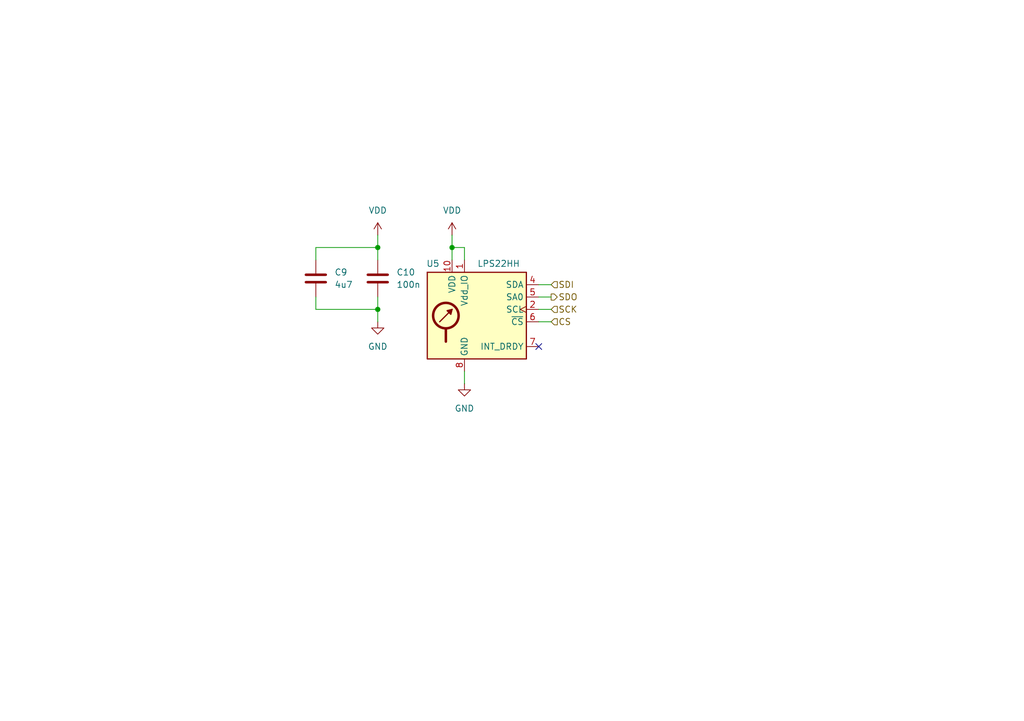
<source format=kicad_sch>
(kicad_sch (version 20231120) (generator "eeschema") (generator_version "8.0")
  (paper "A5")
  (lib_symbols
    (symbol "Device:C" (pin_numbers hide) (pin_names (offset 0.254))
      (property "Reference" "C" (at 0.635 2.54 0))
      (property "Value" "C" (at 0.635 -2.54 0))
      (symbol "C_0_1"
        (polyline (pts (xy -2.032 -0.762) (xy 2.032 -0.762)) (stroke (width 0.508)))
        (polyline (pts (xy -2.032 0.762) (xy 2.032 0.762)) (stroke (width 0.508)))
      )
      (symbol "C_1_1"
        (pin passive line (at 0 3.81 270) (length 2.794) (name "~") (number "1"))
        (pin passive line (at 0 -3.81 90) (length 2.794) (name "~") (number "2"))
      )
    )
    (symbol "Sensor_Pressure:LPS22HH"
      (property "Reference" "U" (at -11.43 1.27 0))
      (property "Value" "LPS22HH" (at -11.43 -1.27 0))
      (symbol "LPS22HH_0_1"
        (rectangle (start -10.16 10.16) (end 10.16 -7.62) (stroke (width 0.254)) (fill (type background)))
        (circle (center -6.35 1.27) (radius 2.6162) (stroke (width 0.508)))
        (polyline (pts (xy -7.62 0) (xy -5.08 2.54)) (stroke (width 0.254)))
        (polyline (pts (xy -6.35 -1.524) (xy -6.35 -4.064)) (stroke (width 0.508)))
        (polyline (pts (xy -5.08 2.54) (xy -5.334 1.524) (xy -6.096 2.286) (xy -5.08 2.54)) (stroke (width 0.254)) (fill (type outline)))
      )
      (symbol "LPS22HH_1_1"
        (pin power_in line (at -2.54 12.7 270) (length 2.54) (name "Vdd_IO") (number "1"))
        (pin power_in line (at -5.08 12.7 270) (length 2.54) (name "VDD") (number "10"))
        (pin input clock (at 12.7 2.54 180) (length 2.54) (name "SCL") (number "2"))
        (pin passive line (at -2.54 -10.16 90) (length 2.54) hide (name "GND") (number "3"))
        (pin bidirectional line (at 12.7 7.62 180) (length 2.54) (name "SDA") (number "4"))
        (pin input line (at 12.7 5.08 180) (length 2.54) (name "SA0") (number "5"))
        (pin input line (at 12.7 0 180) (length 2.54) (name "~{CS}") (number "6"))
        (pin output line (at 12.7 -5.08 180) (length 2.54) (name "INT_DRDY") (number "7"))
        (pin power_in line (at -2.54 -10.16 90) (length 2.54) (name "GND") (number "8"))
        (pin passive line (at -2.54 -10.16 90) (length 2.54) hide (name "GND") (number "9"))
      )
    )
    (symbol "power:GND" (power) (pin_numbers hide) (pin_names (offset 0) hide)
      (property "Value" "GND" (at 0 -3.81 0))
      (symbol "GND_0_1"
        (polyline (pts (xy 0 0) (xy 0 -1.27) (xy 1.27 -1.27) (xy 0 -2.54) (xy -1.27 -1.27) (xy 0 -1.27)))
      )
      (symbol "GND_1_1"
        (pin power_in line (at 0 0 270) (length 0) (name "~") (number "1"))
      )
    )
    (symbol "power:VDD" (power) (pin_numbers hide) (pin_names (offset 0) hide)
      (property "Value" "VDD" (at 0 3.556 0))
      (symbol "VDD_0_1"
        (polyline (pts (xy -0.762 1.27) (xy 0 2.54)))
        (polyline (pts (xy 0 0) (xy 0 2.54)))
        (polyline (pts (xy 0 2.54) (xy 0.762 1.27)))
      )
      (symbol "VDD_1_1"
        (pin power_in line (at 0 0 90) (length 0) (name "~") (number "1"))
      )
    )
  )
  (junction (at 77.47 63.5))
  (junction (at 77.47 50.8))
  (junction (at 92.71 50.8))
  (no_connect (at 110.49 71.12))
  (wire (pts (xy 110.49 58.42) (xy 113.03 58.42)))
  (wire (pts (xy 77.47 60.96) (xy 77.47 63.5)))
  (wire (pts (xy 110.49 66.04) (xy 113.03 66.04)))
  (wire (pts (xy 77.47 48.26) (xy 77.47 50.8)))
  (wire (pts (xy 64.77 63.5) (xy 64.77 60.96)))
  (wire (pts (xy 77.47 50.8) (xy 77.47 53.34)))
  (wire (pts (xy 92.71 48.26) (xy 92.71 50.8)))
  (wire (pts (xy 77.47 50.8) (xy 64.77 50.8)))
  (wire (pts (xy 92.71 50.8) (xy 95.25 50.8)))
  (wire (pts (xy 95.25 76.2) (xy 95.25 78.74)))
  (wire (pts (xy 77.47 63.5) (xy 77.47 66.04)))
  (wire (pts (xy 110.49 63.5) (xy 113.03 63.5)))
  (wire (pts (xy 110.49 60.96) (xy 113.03 60.96)))
  (wire (pts (xy 95.25 50.8) (xy 95.25 53.34)))
  (wire (pts (xy 77.47 63.5) (xy 64.77 63.5)))
  (wire (pts (xy 64.77 50.8) (xy 64.77 53.34)))
  (wire (pts (xy 92.71 50.8) (xy 92.71 53.34)))
  (hierarchical_label "SCK" (shape input) (at 113.03 63.5 0))
  (hierarchical_label "CS" (shape input) (at 113.03 66.04 0))
  (hierarchical_label "SDI" (shape input) (at 113.03 58.42 0))
  (hierarchical_label "SDO" (shape output) (at 113.03 60.96 0))
  (symbol (lib_id "Device:C") (at 64.77 57.15 0) (unit 1)
    (property "Reference" "C1" (at 68.58 55.8799 0) (effects (justify left)))
    (property "Value" "4u7" (at 68.58 58.4199 0) (effects (justify left)))
    (property "Footprint" "Capacitor_SMD:C_0402_1005Metric" (effects (hide yes)))
    (property "Description" "Unpolarized capacitor" (effects (hide yes)))
    (property "LCSC" "C23733" (effects (hide yes)))
    (instances (project "sense-sleeve" (path "" (reference "C9") (unit 1)) (path "" (reference "C7") (unit 1)) (path "" (reference "C5") (unit 1)) (path "" (reference "C1") (unit 1)) (path "" (reference "C3") (unit 1))))
  )
  (symbol (lib_id "power:VDD") (at 77.47 48.26 0) (unit 1)
    (property "Reference" "#PWR01" (effects (hide yes)))
    (property "Value" "VDD" (at 77.47 43.18 0))
    (property "Description" "Power symbol creates a global label with name \"VDD\"" (effects (hide yes)))
    (instances (project "sense-sleeve" (path "" (reference "#PWR017") (unit 1)) (path "" (reference "#PWR013") (unit 1)) (path "" (reference "#PWR09") (unit 1)) (path "" (reference "#PWR01") (unit 1)) (path "" (reference "#PWR05") (unit 1))))
  )
  (symbol (lib_id "power:GND") (at 77.47 66.04 0) (unit 1)
    (property "Reference" "#PWR03" (effects (hide yes)))
    (property "Value" "GND" (at 77.47 71.12 0))
    (property "Description" "Power symbol creates a global label with name \"GND\" , ground" (effects (hide yes)))
    (instances (project "sense-sleeve" (path "" (reference "#PWR019") (unit 1)) (path "" (reference "#PWR015") (unit 1)) (path "" (reference "#PWR011") (unit 1)) (path "" (reference "#PWR03") (unit 1)) (path "" (reference "#PWR07") (unit 1))))
  )
  (symbol (lib_id "Device:C") (at 77.47 57.15 0) (unit 1)
    (property "Reference" "C2" (at 81.28 55.8799 0) (effects (justify left)))
    (property "Value" "100n" (at 81.28 58.4199 0) (effects (justify left)))
    (property "Footprint" "Capacitor_SMD:C_0402_1005Metric" (effects (hide yes)))
    (property "Description" "Unpolarized capacitor" (effects (hide yes)))
    (property "LCSC" "C1525" (effects (hide yes)))
    (instances (project "sense-sleeve" (path "" (reference "C10") (unit 1)) (path "" (reference "C8") (unit 1)) (path "" (reference "C6") (unit 1)) (path "" (reference "C2") (unit 1)) (path "" (reference "C4") (unit 1))))
  )
  (symbol (lib_id "Sensor_Pressure:LPS22HH") (at 97.79 66.04 0) (unit 1)
    (property "Reference" "U1" (at 90.17 54.102 0) (effects (justify right)))
    (property "Value" "LPS22HH" (at 106.68 54.102 0) (effects (justify right)))
    (property "Footprint" "Package_LGA:ST_HLGA-10_2x2mm_P0.5mm_LayoutBorder3x2y" (effects (hide yes)))
    (property "Datasheet" "https://www.st.com/resource/en/datasheet/lps22hh.pdf" (effects (hide yes)))
    (property "Description" "MEMS nano pressure sensor, 260-1260 hPa, absolute digital output baromeeter, 24 bit, SPI, I2C, I3C, 0.65 Pa noise rms, ST_HLGA-10L" (effects (hide yes)))
    (property "LCSC" "C2827824" (effects (hide yes)))
    (instances (project "sense-sleeve" (path "" (reference "U5") (unit 1)) (path "" (reference "U4") (unit 1)) (path "" (reference "U3") (unit 1)) (path "" (reference "U1") (unit 1)) (path "" (reference "U2") (unit 1))))
  )
  (symbol (lib_id "power:GND") (at 95.25 78.74 0) (unit 1)
    (property "Reference" "#PWR04" (effects (hide yes)))
    (property "Value" "GND" (at 95.25 83.82 0))
    (property "Description" "Power symbol creates a global label with name \"GND\" , ground" (effects (hide yes)))
    (instances (project "sense-sleeve" (path "" (reference "#PWR020") (unit 1)) (path "" (reference "#PWR016") (unit 1)) (path "" (reference "#PWR012") (unit 1)) (path "" (reference "#PWR04") (unit 1)) (path "" (reference "#PWR08") (unit 1))))
  )
  (symbol (lib_id "power:VDD") (at 92.71 48.26 0) (unit 1)
    (property "Reference" "#PWR02" (effects (hide yes)))
    (property "Value" "VDD" (at 92.71 43.18 0))
    (property "Description" "Power symbol creates a global label with name \"VDD\"" (effects (hide yes)))
    (instances (project "sense-sleeve" (path "" (reference "#PWR018") (unit 1)) (path "" (reference "#PWR014") (unit 1)) (path "" (reference "#PWR010") (unit 1)) (path "" (reference "#PWR02") (unit 1)) (path "" (reference "#PWR06") (unit 1))))
  )
)
</source>
